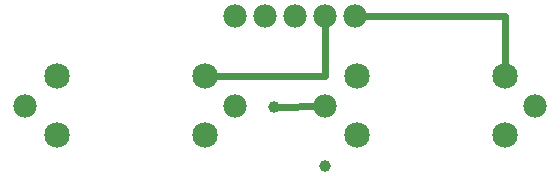
<source format=gbl>
G04 MADE WITH FRITZING*
G04 WWW.FRITZING.ORG*
G04 DOUBLE SIDED*
G04 HOLES PLATED*
G04 CONTOUR ON CENTER OF CONTOUR VECTOR*
%ASAXBY*%
%FSLAX23Y23*%
%MOIN*%
%OFA0B0*%
%SFA1.0B1.0*%
%ADD10C,0.085000*%
%ADD11C,0.039370*%
%ADD12C,0.078000*%
%ADD13C,0.024000*%
%LNCOPPER0*%
G90*
G70*
G54D10*
X1211Y448D03*
X1211Y251D03*
X1704Y251D03*
X1704Y448D03*
X211Y448D03*
X211Y251D03*
X703Y251D03*
X703Y448D03*
G54D11*
X934Y344D03*
X1103Y148D03*
G54D12*
X803Y648D03*
X903Y648D03*
X1003Y648D03*
X1103Y648D03*
X1203Y648D03*
X803Y348D03*
X103Y348D03*
X1103Y348D03*
X1803Y348D03*
G54D13*
X1703Y648D02*
X1222Y648D01*
D02*
X1703Y471D02*
X1703Y648D01*
D02*
X727Y448D02*
X1103Y448D01*
D02*
X1103Y448D02*
X1103Y629D01*
D02*
X942Y345D02*
X1084Y347D01*
G04 End of Copper0*
M02*
</source>
